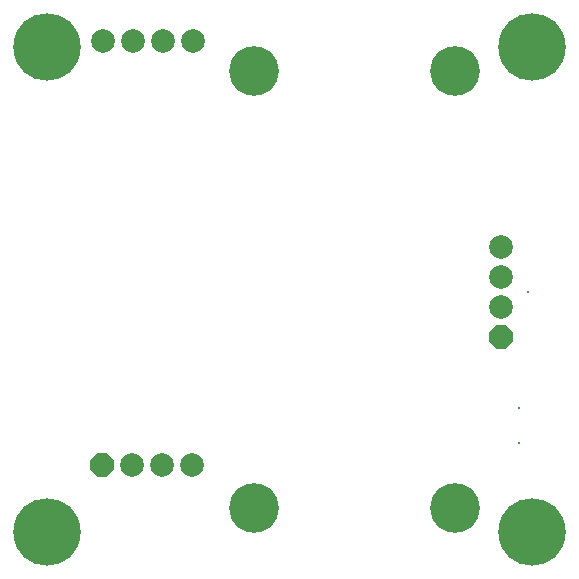
<source format=gbs>
G04 Layer_Color=16711935*
%FSLAX44Y44*%
%MOMM*%
G71*
G01*
G75*
%ADD28C,2.0032*%
%ADD29P,2.1683X8X112.5*%
G04:AMPARAMS|DCode=30|XSize=0.2032mm|YSize=0.2032mm|CornerRadius=0mm|HoleSize=0mm|Usage=FLASHONLY|Rotation=90.000|XOffset=0mm|YOffset=0mm|HoleType=Round|Shape=RoundedRectangle|*
%AMROUNDEDRECTD30*
21,1,0.2032,0.2032,0,0,90.0*
21,1,0.2032,0.2032,0,0,90.0*
1,1,0.0000,0.1016,0.1016*
1,1,0.0000,0.1016,-0.1016*
1,1,0.0000,-0.1016,-0.1016*
1,1,0.0000,-0.1016,0.1016*
%
%ADD30ROUNDEDRECTD30*%
%ADD31P,2.1683X8X22.5*%
%ADD32C,0.2032*%
%ADD33C,5.7032*%
%ADD34C,4.2032*%
D28*
X91800Y460000D02*
D03*
X168000D02*
D03*
X142600D02*
D03*
X117200D02*
D03*
X429260Y285750D02*
D03*
Y260350D02*
D03*
Y234950D02*
D03*
X167640Y101600D02*
D03*
X141540D02*
D03*
X116840D02*
D03*
D29*
X429260Y209550D02*
D03*
D30*
X452060Y247650D02*
D03*
D31*
X91440Y101600D02*
D03*
D32*
X444000Y120000D02*
D03*
Y150000D02*
D03*
D33*
X455000Y45000D02*
D03*
X45000D02*
D03*
X455000Y455000D02*
D03*
X45000D02*
D03*
D34*
X220000Y435000D02*
D03*
X390000D02*
D03*
Y65000D02*
D03*
X220000D02*
D03*
M02*

</source>
